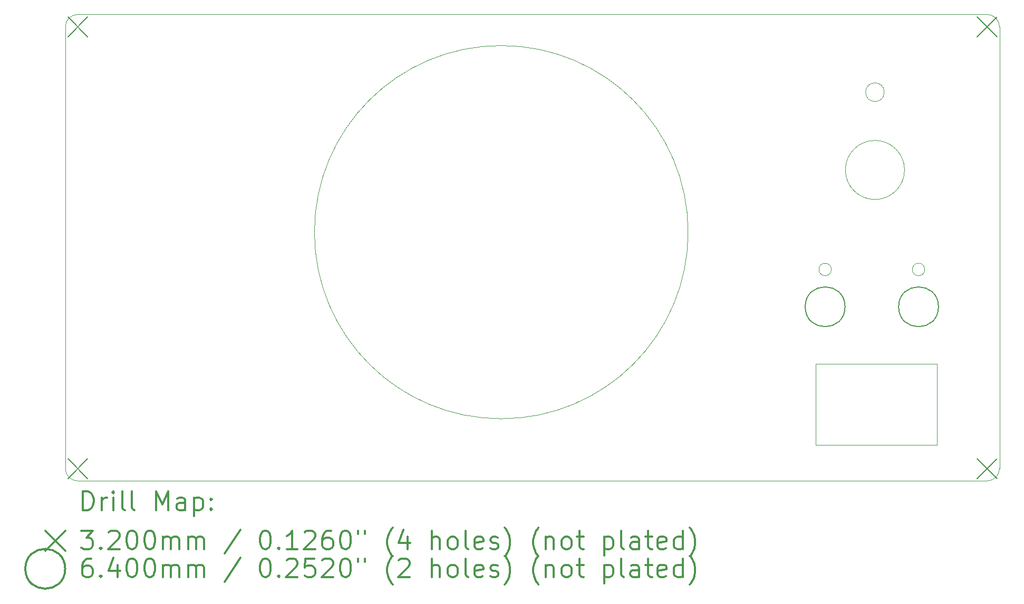
<source format=gbr>
%FSLAX45Y45*%
G04 Gerber Fmt 4.5, Leading zero omitted, Abs format (unit mm)*
G04 Created by KiCad (PCBNEW (5.1.10-1-10_14)) date 2021-10-15 11:06:59*
%MOMM*%
%LPD*%
G01*
G04 APERTURE LIST*
%TA.AperFunction,Profile*%
%ADD10C,0.050000*%
%TD*%
%ADD11C,0.200000*%
%ADD12C,0.300000*%
G04 APERTURE END LIST*
D10*
X22300000Y-6600000D02*
G75*
G03*
X22300000Y-6600000I-100000J0D01*
G01*
X8500000Y-2700000D02*
G75*
G02*
X8700000Y-2500000I200000J0D01*
G01*
X8700000Y-10000000D02*
G75*
G02*
X8500000Y-9800000I0J200000D01*
G01*
X23500000Y-9800000D02*
G75*
G02*
X23300000Y-10000000I-200000J0D01*
G01*
X20800000Y-6600000D02*
G75*
G03*
X20800000Y-6600000I-100000J0D01*
G01*
X21650000Y-3750000D02*
G75*
G03*
X21650000Y-3750000I-150000J0D01*
G01*
X20550000Y-9420600D02*
X20550000Y-8120600D01*
X22500000Y-9420600D02*
X20550000Y-9420600D01*
X22500000Y-8120600D02*
X22500000Y-9420600D01*
X20550000Y-8120600D02*
X22500000Y-8120600D01*
X23300000Y-2500000D02*
G75*
G02*
X23500000Y-2700000I0J-200000D01*
G01*
X21975000Y-5000000D02*
G75*
G03*
X21975000Y-5000000I-475000J0D01*
G01*
X18500000Y-6000000D02*
G75*
G03*
X18500000Y-6000000I-3000000J0D01*
G01*
X8500000Y-9800000D02*
X8500000Y-2700000D01*
X8700000Y-2500000D02*
X23300000Y-2500000D01*
X23500000Y-9800000D02*
X23500000Y-2700000D01*
X8700000Y-10000000D02*
X23300000Y-10000000D01*
D11*
X8540000Y-2540000D02*
X8860000Y-2860000D01*
X8860000Y-2540000D02*
X8540000Y-2860000D01*
X8540000Y-9640000D02*
X8860000Y-9960000D01*
X8860000Y-9640000D02*
X8540000Y-9960000D01*
X23140000Y-2540000D02*
X23460000Y-2860000D01*
X23460000Y-2540000D02*
X23140000Y-2860000D01*
X23140000Y-9640000D02*
X23460000Y-9960000D01*
X23460000Y-9640000D02*
X23140000Y-9960000D01*
X21020000Y-7200000D02*
G75*
G03*
X21020000Y-7200000I-320000J0D01*
G01*
X22520000Y-7200000D02*
G75*
G03*
X22520000Y-7200000I-320000J0D01*
G01*
D12*
X8783928Y-10468214D02*
X8783928Y-10168214D01*
X8855357Y-10168214D01*
X8898214Y-10182500D01*
X8926786Y-10211072D01*
X8941071Y-10239643D01*
X8955357Y-10296786D01*
X8955357Y-10339643D01*
X8941071Y-10396786D01*
X8926786Y-10425357D01*
X8898214Y-10453929D01*
X8855357Y-10468214D01*
X8783928Y-10468214D01*
X9083928Y-10468214D02*
X9083928Y-10268214D01*
X9083928Y-10325357D02*
X9098214Y-10296786D01*
X9112500Y-10282500D01*
X9141071Y-10268214D01*
X9169643Y-10268214D01*
X9269643Y-10468214D02*
X9269643Y-10268214D01*
X9269643Y-10168214D02*
X9255357Y-10182500D01*
X9269643Y-10196786D01*
X9283928Y-10182500D01*
X9269643Y-10168214D01*
X9269643Y-10196786D01*
X9455357Y-10468214D02*
X9426786Y-10453929D01*
X9412500Y-10425357D01*
X9412500Y-10168214D01*
X9612500Y-10468214D02*
X9583928Y-10453929D01*
X9569643Y-10425357D01*
X9569643Y-10168214D01*
X9955357Y-10468214D02*
X9955357Y-10168214D01*
X10055357Y-10382500D01*
X10155357Y-10168214D01*
X10155357Y-10468214D01*
X10426786Y-10468214D02*
X10426786Y-10311072D01*
X10412500Y-10282500D01*
X10383928Y-10268214D01*
X10326786Y-10268214D01*
X10298214Y-10282500D01*
X10426786Y-10453929D02*
X10398214Y-10468214D01*
X10326786Y-10468214D01*
X10298214Y-10453929D01*
X10283928Y-10425357D01*
X10283928Y-10396786D01*
X10298214Y-10368214D01*
X10326786Y-10353929D01*
X10398214Y-10353929D01*
X10426786Y-10339643D01*
X10569643Y-10268214D02*
X10569643Y-10568214D01*
X10569643Y-10282500D02*
X10598214Y-10268214D01*
X10655357Y-10268214D01*
X10683928Y-10282500D01*
X10698214Y-10296786D01*
X10712500Y-10325357D01*
X10712500Y-10411072D01*
X10698214Y-10439643D01*
X10683928Y-10453929D01*
X10655357Y-10468214D01*
X10598214Y-10468214D01*
X10569643Y-10453929D01*
X10841071Y-10439643D02*
X10855357Y-10453929D01*
X10841071Y-10468214D01*
X10826786Y-10453929D01*
X10841071Y-10439643D01*
X10841071Y-10468214D01*
X10841071Y-10282500D02*
X10855357Y-10296786D01*
X10841071Y-10311072D01*
X10826786Y-10296786D01*
X10841071Y-10282500D01*
X10841071Y-10311072D01*
X8177500Y-10802500D02*
X8497500Y-11122500D01*
X8497500Y-10802500D02*
X8177500Y-11122500D01*
X8755357Y-10798214D02*
X8941071Y-10798214D01*
X8841071Y-10912500D01*
X8883928Y-10912500D01*
X8912500Y-10926786D01*
X8926786Y-10941072D01*
X8941071Y-10969643D01*
X8941071Y-11041072D01*
X8926786Y-11069643D01*
X8912500Y-11083929D01*
X8883928Y-11098214D01*
X8798214Y-11098214D01*
X8769643Y-11083929D01*
X8755357Y-11069643D01*
X9069643Y-11069643D02*
X9083928Y-11083929D01*
X9069643Y-11098214D01*
X9055357Y-11083929D01*
X9069643Y-11069643D01*
X9069643Y-11098214D01*
X9198214Y-10826786D02*
X9212500Y-10812500D01*
X9241071Y-10798214D01*
X9312500Y-10798214D01*
X9341071Y-10812500D01*
X9355357Y-10826786D01*
X9369643Y-10855357D01*
X9369643Y-10883929D01*
X9355357Y-10926786D01*
X9183928Y-11098214D01*
X9369643Y-11098214D01*
X9555357Y-10798214D02*
X9583928Y-10798214D01*
X9612500Y-10812500D01*
X9626786Y-10826786D01*
X9641071Y-10855357D01*
X9655357Y-10912500D01*
X9655357Y-10983929D01*
X9641071Y-11041072D01*
X9626786Y-11069643D01*
X9612500Y-11083929D01*
X9583928Y-11098214D01*
X9555357Y-11098214D01*
X9526786Y-11083929D01*
X9512500Y-11069643D01*
X9498214Y-11041072D01*
X9483928Y-10983929D01*
X9483928Y-10912500D01*
X9498214Y-10855357D01*
X9512500Y-10826786D01*
X9526786Y-10812500D01*
X9555357Y-10798214D01*
X9841071Y-10798214D02*
X9869643Y-10798214D01*
X9898214Y-10812500D01*
X9912500Y-10826786D01*
X9926786Y-10855357D01*
X9941071Y-10912500D01*
X9941071Y-10983929D01*
X9926786Y-11041072D01*
X9912500Y-11069643D01*
X9898214Y-11083929D01*
X9869643Y-11098214D01*
X9841071Y-11098214D01*
X9812500Y-11083929D01*
X9798214Y-11069643D01*
X9783928Y-11041072D01*
X9769643Y-10983929D01*
X9769643Y-10912500D01*
X9783928Y-10855357D01*
X9798214Y-10826786D01*
X9812500Y-10812500D01*
X9841071Y-10798214D01*
X10069643Y-11098214D02*
X10069643Y-10898214D01*
X10069643Y-10926786D02*
X10083928Y-10912500D01*
X10112500Y-10898214D01*
X10155357Y-10898214D01*
X10183928Y-10912500D01*
X10198214Y-10941072D01*
X10198214Y-11098214D01*
X10198214Y-10941072D02*
X10212500Y-10912500D01*
X10241071Y-10898214D01*
X10283928Y-10898214D01*
X10312500Y-10912500D01*
X10326786Y-10941072D01*
X10326786Y-11098214D01*
X10469643Y-11098214D02*
X10469643Y-10898214D01*
X10469643Y-10926786D02*
X10483928Y-10912500D01*
X10512500Y-10898214D01*
X10555357Y-10898214D01*
X10583928Y-10912500D01*
X10598214Y-10941072D01*
X10598214Y-11098214D01*
X10598214Y-10941072D02*
X10612500Y-10912500D01*
X10641071Y-10898214D01*
X10683928Y-10898214D01*
X10712500Y-10912500D01*
X10726786Y-10941072D01*
X10726786Y-11098214D01*
X11312500Y-10783929D02*
X11055357Y-11169643D01*
X11698214Y-10798214D02*
X11726786Y-10798214D01*
X11755357Y-10812500D01*
X11769643Y-10826786D01*
X11783928Y-10855357D01*
X11798214Y-10912500D01*
X11798214Y-10983929D01*
X11783928Y-11041072D01*
X11769643Y-11069643D01*
X11755357Y-11083929D01*
X11726786Y-11098214D01*
X11698214Y-11098214D01*
X11669643Y-11083929D01*
X11655357Y-11069643D01*
X11641071Y-11041072D01*
X11626786Y-10983929D01*
X11626786Y-10912500D01*
X11641071Y-10855357D01*
X11655357Y-10826786D01*
X11669643Y-10812500D01*
X11698214Y-10798214D01*
X11926786Y-11069643D02*
X11941071Y-11083929D01*
X11926786Y-11098214D01*
X11912500Y-11083929D01*
X11926786Y-11069643D01*
X11926786Y-11098214D01*
X12226786Y-11098214D02*
X12055357Y-11098214D01*
X12141071Y-11098214D02*
X12141071Y-10798214D01*
X12112500Y-10841072D01*
X12083928Y-10869643D01*
X12055357Y-10883929D01*
X12341071Y-10826786D02*
X12355357Y-10812500D01*
X12383928Y-10798214D01*
X12455357Y-10798214D01*
X12483928Y-10812500D01*
X12498214Y-10826786D01*
X12512500Y-10855357D01*
X12512500Y-10883929D01*
X12498214Y-10926786D01*
X12326786Y-11098214D01*
X12512500Y-11098214D01*
X12769643Y-10798214D02*
X12712500Y-10798214D01*
X12683928Y-10812500D01*
X12669643Y-10826786D01*
X12641071Y-10869643D01*
X12626786Y-10926786D01*
X12626786Y-11041072D01*
X12641071Y-11069643D01*
X12655357Y-11083929D01*
X12683928Y-11098214D01*
X12741071Y-11098214D01*
X12769643Y-11083929D01*
X12783928Y-11069643D01*
X12798214Y-11041072D01*
X12798214Y-10969643D01*
X12783928Y-10941072D01*
X12769643Y-10926786D01*
X12741071Y-10912500D01*
X12683928Y-10912500D01*
X12655357Y-10926786D01*
X12641071Y-10941072D01*
X12626786Y-10969643D01*
X12983928Y-10798214D02*
X13012500Y-10798214D01*
X13041071Y-10812500D01*
X13055357Y-10826786D01*
X13069643Y-10855357D01*
X13083928Y-10912500D01*
X13083928Y-10983929D01*
X13069643Y-11041072D01*
X13055357Y-11069643D01*
X13041071Y-11083929D01*
X13012500Y-11098214D01*
X12983928Y-11098214D01*
X12955357Y-11083929D01*
X12941071Y-11069643D01*
X12926786Y-11041072D01*
X12912500Y-10983929D01*
X12912500Y-10912500D01*
X12926786Y-10855357D01*
X12941071Y-10826786D01*
X12955357Y-10812500D01*
X12983928Y-10798214D01*
X13198214Y-10798214D02*
X13198214Y-10855357D01*
X13312500Y-10798214D02*
X13312500Y-10855357D01*
X13755357Y-11212500D02*
X13741071Y-11198214D01*
X13712500Y-11155357D01*
X13698214Y-11126786D01*
X13683928Y-11083929D01*
X13669643Y-11012500D01*
X13669643Y-10955357D01*
X13683928Y-10883929D01*
X13698214Y-10841072D01*
X13712500Y-10812500D01*
X13741071Y-10769643D01*
X13755357Y-10755357D01*
X13998214Y-10898214D02*
X13998214Y-11098214D01*
X13926786Y-10783929D02*
X13855357Y-10998214D01*
X14041071Y-10998214D01*
X14383928Y-11098214D02*
X14383928Y-10798214D01*
X14512500Y-11098214D02*
X14512500Y-10941072D01*
X14498214Y-10912500D01*
X14469643Y-10898214D01*
X14426786Y-10898214D01*
X14398214Y-10912500D01*
X14383928Y-10926786D01*
X14698214Y-11098214D02*
X14669643Y-11083929D01*
X14655357Y-11069643D01*
X14641071Y-11041072D01*
X14641071Y-10955357D01*
X14655357Y-10926786D01*
X14669643Y-10912500D01*
X14698214Y-10898214D01*
X14741071Y-10898214D01*
X14769643Y-10912500D01*
X14783928Y-10926786D01*
X14798214Y-10955357D01*
X14798214Y-11041072D01*
X14783928Y-11069643D01*
X14769643Y-11083929D01*
X14741071Y-11098214D01*
X14698214Y-11098214D01*
X14969643Y-11098214D02*
X14941071Y-11083929D01*
X14926786Y-11055357D01*
X14926786Y-10798214D01*
X15198214Y-11083929D02*
X15169643Y-11098214D01*
X15112500Y-11098214D01*
X15083928Y-11083929D01*
X15069643Y-11055357D01*
X15069643Y-10941072D01*
X15083928Y-10912500D01*
X15112500Y-10898214D01*
X15169643Y-10898214D01*
X15198214Y-10912500D01*
X15212500Y-10941072D01*
X15212500Y-10969643D01*
X15069643Y-10998214D01*
X15326786Y-11083929D02*
X15355357Y-11098214D01*
X15412500Y-11098214D01*
X15441071Y-11083929D01*
X15455357Y-11055357D01*
X15455357Y-11041072D01*
X15441071Y-11012500D01*
X15412500Y-10998214D01*
X15369643Y-10998214D01*
X15341071Y-10983929D01*
X15326786Y-10955357D01*
X15326786Y-10941072D01*
X15341071Y-10912500D01*
X15369643Y-10898214D01*
X15412500Y-10898214D01*
X15441071Y-10912500D01*
X15555357Y-11212500D02*
X15569643Y-11198214D01*
X15598214Y-11155357D01*
X15612500Y-11126786D01*
X15626786Y-11083929D01*
X15641071Y-11012500D01*
X15641071Y-10955357D01*
X15626786Y-10883929D01*
X15612500Y-10841072D01*
X15598214Y-10812500D01*
X15569643Y-10769643D01*
X15555357Y-10755357D01*
X16098214Y-11212500D02*
X16083928Y-11198214D01*
X16055357Y-11155357D01*
X16041071Y-11126786D01*
X16026786Y-11083929D01*
X16012500Y-11012500D01*
X16012500Y-10955357D01*
X16026786Y-10883929D01*
X16041071Y-10841072D01*
X16055357Y-10812500D01*
X16083928Y-10769643D01*
X16098214Y-10755357D01*
X16212500Y-10898214D02*
X16212500Y-11098214D01*
X16212500Y-10926786D02*
X16226786Y-10912500D01*
X16255357Y-10898214D01*
X16298214Y-10898214D01*
X16326786Y-10912500D01*
X16341071Y-10941072D01*
X16341071Y-11098214D01*
X16526786Y-11098214D02*
X16498214Y-11083929D01*
X16483928Y-11069643D01*
X16469643Y-11041072D01*
X16469643Y-10955357D01*
X16483928Y-10926786D01*
X16498214Y-10912500D01*
X16526786Y-10898214D01*
X16569643Y-10898214D01*
X16598214Y-10912500D01*
X16612500Y-10926786D01*
X16626786Y-10955357D01*
X16626786Y-11041072D01*
X16612500Y-11069643D01*
X16598214Y-11083929D01*
X16569643Y-11098214D01*
X16526786Y-11098214D01*
X16712500Y-10898214D02*
X16826786Y-10898214D01*
X16755357Y-10798214D02*
X16755357Y-11055357D01*
X16769643Y-11083929D01*
X16798214Y-11098214D01*
X16826786Y-11098214D01*
X17155357Y-10898214D02*
X17155357Y-11198214D01*
X17155357Y-10912500D02*
X17183928Y-10898214D01*
X17241071Y-10898214D01*
X17269643Y-10912500D01*
X17283928Y-10926786D01*
X17298214Y-10955357D01*
X17298214Y-11041072D01*
X17283928Y-11069643D01*
X17269643Y-11083929D01*
X17241071Y-11098214D01*
X17183928Y-11098214D01*
X17155357Y-11083929D01*
X17469643Y-11098214D02*
X17441071Y-11083929D01*
X17426786Y-11055357D01*
X17426786Y-10798214D01*
X17712500Y-11098214D02*
X17712500Y-10941072D01*
X17698214Y-10912500D01*
X17669643Y-10898214D01*
X17612500Y-10898214D01*
X17583928Y-10912500D01*
X17712500Y-11083929D02*
X17683928Y-11098214D01*
X17612500Y-11098214D01*
X17583928Y-11083929D01*
X17569643Y-11055357D01*
X17569643Y-11026786D01*
X17583928Y-10998214D01*
X17612500Y-10983929D01*
X17683928Y-10983929D01*
X17712500Y-10969643D01*
X17812500Y-10898214D02*
X17926786Y-10898214D01*
X17855357Y-10798214D02*
X17855357Y-11055357D01*
X17869643Y-11083929D01*
X17898214Y-11098214D01*
X17926786Y-11098214D01*
X18141071Y-11083929D02*
X18112500Y-11098214D01*
X18055357Y-11098214D01*
X18026786Y-11083929D01*
X18012500Y-11055357D01*
X18012500Y-10941072D01*
X18026786Y-10912500D01*
X18055357Y-10898214D01*
X18112500Y-10898214D01*
X18141071Y-10912500D01*
X18155357Y-10941072D01*
X18155357Y-10969643D01*
X18012500Y-10998214D01*
X18412500Y-11098214D02*
X18412500Y-10798214D01*
X18412500Y-11083929D02*
X18383928Y-11098214D01*
X18326786Y-11098214D01*
X18298214Y-11083929D01*
X18283928Y-11069643D01*
X18269643Y-11041072D01*
X18269643Y-10955357D01*
X18283928Y-10926786D01*
X18298214Y-10912500D01*
X18326786Y-10898214D01*
X18383928Y-10898214D01*
X18412500Y-10912500D01*
X18526786Y-11212500D02*
X18541071Y-11198214D01*
X18569643Y-11155357D01*
X18583928Y-11126786D01*
X18598214Y-11083929D01*
X18612500Y-11012500D01*
X18612500Y-10955357D01*
X18598214Y-10883929D01*
X18583928Y-10841072D01*
X18569643Y-10812500D01*
X18541071Y-10769643D01*
X18526786Y-10755357D01*
X8497500Y-11412500D02*
G75*
G03*
X8497500Y-11412500I-320000J0D01*
G01*
X8912500Y-11248214D02*
X8855357Y-11248214D01*
X8826786Y-11262500D01*
X8812500Y-11276786D01*
X8783928Y-11319643D01*
X8769643Y-11376786D01*
X8769643Y-11491071D01*
X8783928Y-11519643D01*
X8798214Y-11533929D01*
X8826786Y-11548214D01*
X8883928Y-11548214D01*
X8912500Y-11533929D01*
X8926786Y-11519643D01*
X8941071Y-11491071D01*
X8941071Y-11419643D01*
X8926786Y-11391071D01*
X8912500Y-11376786D01*
X8883928Y-11362500D01*
X8826786Y-11362500D01*
X8798214Y-11376786D01*
X8783928Y-11391071D01*
X8769643Y-11419643D01*
X9069643Y-11519643D02*
X9083928Y-11533929D01*
X9069643Y-11548214D01*
X9055357Y-11533929D01*
X9069643Y-11519643D01*
X9069643Y-11548214D01*
X9341071Y-11348214D02*
X9341071Y-11548214D01*
X9269643Y-11233929D02*
X9198214Y-11448214D01*
X9383928Y-11448214D01*
X9555357Y-11248214D02*
X9583928Y-11248214D01*
X9612500Y-11262500D01*
X9626786Y-11276786D01*
X9641071Y-11305357D01*
X9655357Y-11362500D01*
X9655357Y-11433929D01*
X9641071Y-11491071D01*
X9626786Y-11519643D01*
X9612500Y-11533929D01*
X9583928Y-11548214D01*
X9555357Y-11548214D01*
X9526786Y-11533929D01*
X9512500Y-11519643D01*
X9498214Y-11491071D01*
X9483928Y-11433929D01*
X9483928Y-11362500D01*
X9498214Y-11305357D01*
X9512500Y-11276786D01*
X9526786Y-11262500D01*
X9555357Y-11248214D01*
X9841071Y-11248214D02*
X9869643Y-11248214D01*
X9898214Y-11262500D01*
X9912500Y-11276786D01*
X9926786Y-11305357D01*
X9941071Y-11362500D01*
X9941071Y-11433929D01*
X9926786Y-11491071D01*
X9912500Y-11519643D01*
X9898214Y-11533929D01*
X9869643Y-11548214D01*
X9841071Y-11548214D01*
X9812500Y-11533929D01*
X9798214Y-11519643D01*
X9783928Y-11491071D01*
X9769643Y-11433929D01*
X9769643Y-11362500D01*
X9783928Y-11305357D01*
X9798214Y-11276786D01*
X9812500Y-11262500D01*
X9841071Y-11248214D01*
X10069643Y-11548214D02*
X10069643Y-11348214D01*
X10069643Y-11376786D02*
X10083928Y-11362500D01*
X10112500Y-11348214D01*
X10155357Y-11348214D01*
X10183928Y-11362500D01*
X10198214Y-11391071D01*
X10198214Y-11548214D01*
X10198214Y-11391071D02*
X10212500Y-11362500D01*
X10241071Y-11348214D01*
X10283928Y-11348214D01*
X10312500Y-11362500D01*
X10326786Y-11391071D01*
X10326786Y-11548214D01*
X10469643Y-11548214D02*
X10469643Y-11348214D01*
X10469643Y-11376786D02*
X10483928Y-11362500D01*
X10512500Y-11348214D01*
X10555357Y-11348214D01*
X10583928Y-11362500D01*
X10598214Y-11391071D01*
X10598214Y-11548214D01*
X10598214Y-11391071D02*
X10612500Y-11362500D01*
X10641071Y-11348214D01*
X10683928Y-11348214D01*
X10712500Y-11362500D01*
X10726786Y-11391071D01*
X10726786Y-11548214D01*
X11312500Y-11233929D02*
X11055357Y-11619643D01*
X11698214Y-11248214D02*
X11726786Y-11248214D01*
X11755357Y-11262500D01*
X11769643Y-11276786D01*
X11783928Y-11305357D01*
X11798214Y-11362500D01*
X11798214Y-11433929D01*
X11783928Y-11491071D01*
X11769643Y-11519643D01*
X11755357Y-11533929D01*
X11726786Y-11548214D01*
X11698214Y-11548214D01*
X11669643Y-11533929D01*
X11655357Y-11519643D01*
X11641071Y-11491071D01*
X11626786Y-11433929D01*
X11626786Y-11362500D01*
X11641071Y-11305357D01*
X11655357Y-11276786D01*
X11669643Y-11262500D01*
X11698214Y-11248214D01*
X11926786Y-11519643D02*
X11941071Y-11533929D01*
X11926786Y-11548214D01*
X11912500Y-11533929D01*
X11926786Y-11519643D01*
X11926786Y-11548214D01*
X12055357Y-11276786D02*
X12069643Y-11262500D01*
X12098214Y-11248214D01*
X12169643Y-11248214D01*
X12198214Y-11262500D01*
X12212500Y-11276786D01*
X12226786Y-11305357D01*
X12226786Y-11333929D01*
X12212500Y-11376786D01*
X12041071Y-11548214D01*
X12226786Y-11548214D01*
X12498214Y-11248214D02*
X12355357Y-11248214D01*
X12341071Y-11391071D01*
X12355357Y-11376786D01*
X12383928Y-11362500D01*
X12455357Y-11362500D01*
X12483928Y-11376786D01*
X12498214Y-11391071D01*
X12512500Y-11419643D01*
X12512500Y-11491071D01*
X12498214Y-11519643D01*
X12483928Y-11533929D01*
X12455357Y-11548214D01*
X12383928Y-11548214D01*
X12355357Y-11533929D01*
X12341071Y-11519643D01*
X12626786Y-11276786D02*
X12641071Y-11262500D01*
X12669643Y-11248214D01*
X12741071Y-11248214D01*
X12769643Y-11262500D01*
X12783928Y-11276786D01*
X12798214Y-11305357D01*
X12798214Y-11333929D01*
X12783928Y-11376786D01*
X12612500Y-11548214D01*
X12798214Y-11548214D01*
X12983928Y-11248214D02*
X13012500Y-11248214D01*
X13041071Y-11262500D01*
X13055357Y-11276786D01*
X13069643Y-11305357D01*
X13083928Y-11362500D01*
X13083928Y-11433929D01*
X13069643Y-11491071D01*
X13055357Y-11519643D01*
X13041071Y-11533929D01*
X13012500Y-11548214D01*
X12983928Y-11548214D01*
X12955357Y-11533929D01*
X12941071Y-11519643D01*
X12926786Y-11491071D01*
X12912500Y-11433929D01*
X12912500Y-11362500D01*
X12926786Y-11305357D01*
X12941071Y-11276786D01*
X12955357Y-11262500D01*
X12983928Y-11248214D01*
X13198214Y-11248214D02*
X13198214Y-11305357D01*
X13312500Y-11248214D02*
X13312500Y-11305357D01*
X13755357Y-11662500D02*
X13741071Y-11648214D01*
X13712500Y-11605357D01*
X13698214Y-11576786D01*
X13683928Y-11533929D01*
X13669643Y-11462500D01*
X13669643Y-11405357D01*
X13683928Y-11333929D01*
X13698214Y-11291071D01*
X13712500Y-11262500D01*
X13741071Y-11219643D01*
X13755357Y-11205357D01*
X13855357Y-11276786D02*
X13869643Y-11262500D01*
X13898214Y-11248214D01*
X13969643Y-11248214D01*
X13998214Y-11262500D01*
X14012500Y-11276786D01*
X14026786Y-11305357D01*
X14026786Y-11333929D01*
X14012500Y-11376786D01*
X13841071Y-11548214D01*
X14026786Y-11548214D01*
X14383928Y-11548214D02*
X14383928Y-11248214D01*
X14512500Y-11548214D02*
X14512500Y-11391071D01*
X14498214Y-11362500D01*
X14469643Y-11348214D01*
X14426786Y-11348214D01*
X14398214Y-11362500D01*
X14383928Y-11376786D01*
X14698214Y-11548214D02*
X14669643Y-11533929D01*
X14655357Y-11519643D01*
X14641071Y-11491071D01*
X14641071Y-11405357D01*
X14655357Y-11376786D01*
X14669643Y-11362500D01*
X14698214Y-11348214D01*
X14741071Y-11348214D01*
X14769643Y-11362500D01*
X14783928Y-11376786D01*
X14798214Y-11405357D01*
X14798214Y-11491071D01*
X14783928Y-11519643D01*
X14769643Y-11533929D01*
X14741071Y-11548214D01*
X14698214Y-11548214D01*
X14969643Y-11548214D02*
X14941071Y-11533929D01*
X14926786Y-11505357D01*
X14926786Y-11248214D01*
X15198214Y-11533929D02*
X15169643Y-11548214D01*
X15112500Y-11548214D01*
X15083928Y-11533929D01*
X15069643Y-11505357D01*
X15069643Y-11391071D01*
X15083928Y-11362500D01*
X15112500Y-11348214D01*
X15169643Y-11348214D01*
X15198214Y-11362500D01*
X15212500Y-11391071D01*
X15212500Y-11419643D01*
X15069643Y-11448214D01*
X15326786Y-11533929D02*
X15355357Y-11548214D01*
X15412500Y-11548214D01*
X15441071Y-11533929D01*
X15455357Y-11505357D01*
X15455357Y-11491071D01*
X15441071Y-11462500D01*
X15412500Y-11448214D01*
X15369643Y-11448214D01*
X15341071Y-11433929D01*
X15326786Y-11405357D01*
X15326786Y-11391071D01*
X15341071Y-11362500D01*
X15369643Y-11348214D01*
X15412500Y-11348214D01*
X15441071Y-11362500D01*
X15555357Y-11662500D02*
X15569643Y-11648214D01*
X15598214Y-11605357D01*
X15612500Y-11576786D01*
X15626786Y-11533929D01*
X15641071Y-11462500D01*
X15641071Y-11405357D01*
X15626786Y-11333929D01*
X15612500Y-11291071D01*
X15598214Y-11262500D01*
X15569643Y-11219643D01*
X15555357Y-11205357D01*
X16098214Y-11662500D02*
X16083928Y-11648214D01*
X16055357Y-11605357D01*
X16041071Y-11576786D01*
X16026786Y-11533929D01*
X16012500Y-11462500D01*
X16012500Y-11405357D01*
X16026786Y-11333929D01*
X16041071Y-11291071D01*
X16055357Y-11262500D01*
X16083928Y-11219643D01*
X16098214Y-11205357D01*
X16212500Y-11348214D02*
X16212500Y-11548214D01*
X16212500Y-11376786D02*
X16226786Y-11362500D01*
X16255357Y-11348214D01*
X16298214Y-11348214D01*
X16326786Y-11362500D01*
X16341071Y-11391071D01*
X16341071Y-11548214D01*
X16526786Y-11548214D02*
X16498214Y-11533929D01*
X16483928Y-11519643D01*
X16469643Y-11491071D01*
X16469643Y-11405357D01*
X16483928Y-11376786D01*
X16498214Y-11362500D01*
X16526786Y-11348214D01*
X16569643Y-11348214D01*
X16598214Y-11362500D01*
X16612500Y-11376786D01*
X16626786Y-11405357D01*
X16626786Y-11491071D01*
X16612500Y-11519643D01*
X16598214Y-11533929D01*
X16569643Y-11548214D01*
X16526786Y-11548214D01*
X16712500Y-11348214D02*
X16826786Y-11348214D01*
X16755357Y-11248214D02*
X16755357Y-11505357D01*
X16769643Y-11533929D01*
X16798214Y-11548214D01*
X16826786Y-11548214D01*
X17155357Y-11348214D02*
X17155357Y-11648214D01*
X17155357Y-11362500D02*
X17183928Y-11348214D01*
X17241071Y-11348214D01*
X17269643Y-11362500D01*
X17283928Y-11376786D01*
X17298214Y-11405357D01*
X17298214Y-11491071D01*
X17283928Y-11519643D01*
X17269643Y-11533929D01*
X17241071Y-11548214D01*
X17183928Y-11548214D01*
X17155357Y-11533929D01*
X17469643Y-11548214D02*
X17441071Y-11533929D01*
X17426786Y-11505357D01*
X17426786Y-11248214D01*
X17712500Y-11548214D02*
X17712500Y-11391071D01*
X17698214Y-11362500D01*
X17669643Y-11348214D01*
X17612500Y-11348214D01*
X17583928Y-11362500D01*
X17712500Y-11533929D02*
X17683928Y-11548214D01*
X17612500Y-11548214D01*
X17583928Y-11533929D01*
X17569643Y-11505357D01*
X17569643Y-11476786D01*
X17583928Y-11448214D01*
X17612500Y-11433929D01*
X17683928Y-11433929D01*
X17712500Y-11419643D01*
X17812500Y-11348214D02*
X17926786Y-11348214D01*
X17855357Y-11248214D02*
X17855357Y-11505357D01*
X17869643Y-11533929D01*
X17898214Y-11548214D01*
X17926786Y-11548214D01*
X18141071Y-11533929D02*
X18112500Y-11548214D01*
X18055357Y-11548214D01*
X18026786Y-11533929D01*
X18012500Y-11505357D01*
X18012500Y-11391071D01*
X18026786Y-11362500D01*
X18055357Y-11348214D01*
X18112500Y-11348214D01*
X18141071Y-11362500D01*
X18155357Y-11391071D01*
X18155357Y-11419643D01*
X18012500Y-11448214D01*
X18412500Y-11548214D02*
X18412500Y-11248214D01*
X18412500Y-11533929D02*
X18383928Y-11548214D01*
X18326786Y-11548214D01*
X18298214Y-11533929D01*
X18283928Y-11519643D01*
X18269643Y-11491071D01*
X18269643Y-11405357D01*
X18283928Y-11376786D01*
X18298214Y-11362500D01*
X18326786Y-11348214D01*
X18383928Y-11348214D01*
X18412500Y-11362500D01*
X18526786Y-11662500D02*
X18541071Y-11648214D01*
X18569643Y-11605357D01*
X18583928Y-11576786D01*
X18598214Y-11533929D01*
X18612500Y-11462500D01*
X18612500Y-11405357D01*
X18598214Y-11333929D01*
X18583928Y-11291071D01*
X18569643Y-11262500D01*
X18541071Y-11219643D01*
X18526786Y-11205357D01*
M02*

</source>
